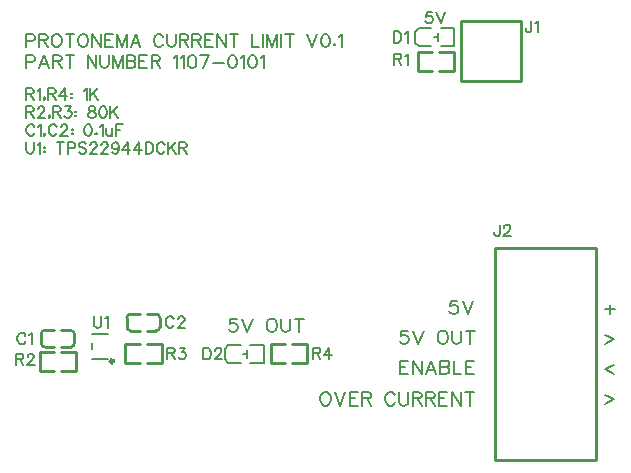
<source format=gto>
G04 Layer: TopSilkscreenLayer*
G04 Panelize: , Column: 2, Row: 2, Board Size: 58.42mm x 58.42mm, Panelized Board Size: 118.84mm x 118.84mm*
G04 EasyEDA v6.5.34, 2023-08-21 18:11:39*
G04 ba809c9b4c8644faba3ff844f2f4f7cd,5a6b42c53f6a479593ecc07194224c93,10*
G04 Gerber Generator version 0.2*
G04 Scale: 100 percent, Rotated: No, Reflected: No *
G04 Dimensions in millimeters *
G04 leading zeros omitted , absolute positions ,4 integer and 5 decimal *
%FSLAX45Y45*%
%MOMM*%

%ADD10C,0.1524*%
%ADD11C,0.2540*%
%ADD12C,0.1500*%
%ADD13C,0.3000*%

%LPD*%
D10*
X762000Y4685537D02*
G01*
X762000Y4617465D01*
X766571Y4603750D01*
X775715Y4594605D01*
X789178Y4590034D01*
X798321Y4590034D01*
X812037Y4594605D01*
X821181Y4603750D01*
X825754Y4617465D01*
X825754Y4685537D01*
X855726Y4667504D02*
G01*
X864615Y4672076D01*
X878331Y4685537D01*
X878331Y4590034D01*
X912876Y4644644D02*
G01*
X908304Y4640071D01*
X912876Y4635500D01*
X917447Y4640071D01*
X912876Y4644644D01*
X912876Y4612894D02*
G01*
X908304Y4608321D01*
X912876Y4603750D01*
X917447Y4608321D01*
X912876Y4612894D01*
X1049273Y4685537D02*
G01*
X1049273Y4590034D01*
X1017523Y4685537D02*
G01*
X1081023Y4685537D01*
X1110995Y4685537D02*
G01*
X1110995Y4590034D01*
X1110995Y4685537D02*
G01*
X1151889Y4685537D01*
X1165605Y4680965D01*
X1170178Y4676394D01*
X1174750Y4667504D01*
X1174750Y4653787D01*
X1170178Y4644644D01*
X1165605Y4640071D01*
X1151889Y4635500D01*
X1110995Y4635500D01*
X1268476Y4672076D02*
G01*
X1259331Y4680965D01*
X1245615Y4685537D01*
X1227328Y4685537D01*
X1213865Y4680965D01*
X1204721Y4672076D01*
X1204721Y4662931D01*
X1209294Y4653787D01*
X1213865Y4649215D01*
X1223010Y4644644D01*
X1250187Y4635500D01*
X1259331Y4630928D01*
X1263904Y4626610D01*
X1268476Y4617465D01*
X1268476Y4603750D01*
X1259331Y4594605D01*
X1245615Y4590034D01*
X1227328Y4590034D01*
X1213865Y4594605D01*
X1204721Y4603750D01*
X1303020Y4662931D02*
G01*
X1303020Y4667504D01*
X1307337Y4676394D01*
X1311910Y4680965D01*
X1321054Y4685537D01*
X1339342Y4685537D01*
X1348486Y4680965D01*
X1352804Y4676394D01*
X1357376Y4667504D01*
X1357376Y4658360D01*
X1352804Y4649215D01*
X1343913Y4635500D01*
X1298447Y4590034D01*
X1361947Y4590034D01*
X1396492Y4662931D02*
G01*
X1396492Y4667504D01*
X1401063Y4676394D01*
X1405636Y4680965D01*
X1414779Y4685537D01*
X1432813Y4685537D01*
X1441957Y4680965D01*
X1446529Y4676394D01*
X1451102Y4667504D01*
X1451102Y4658360D01*
X1446529Y4649215D01*
X1437386Y4635500D01*
X1391920Y4590034D01*
X1455673Y4590034D01*
X1544828Y4653787D02*
G01*
X1540255Y4640071D01*
X1531112Y4630928D01*
X1517395Y4626610D01*
X1512823Y4626610D01*
X1499362Y4630928D01*
X1490218Y4640071D01*
X1485645Y4653787D01*
X1485645Y4658360D01*
X1490218Y4672076D01*
X1499362Y4680965D01*
X1512823Y4685537D01*
X1517395Y4685537D01*
X1531112Y4680965D01*
X1540255Y4672076D01*
X1544828Y4653787D01*
X1544828Y4630928D01*
X1540255Y4608321D01*
X1531112Y4594605D01*
X1517395Y4590034D01*
X1508252Y4590034D01*
X1494789Y4594605D01*
X1490218Y4603750D01*
X1620265Y4685537D02*
G01*
X1574800Y4622037D01*
X1642871Y4622037D01*
X1620265Y4685537D02*
G01*
X1620265Y4590034D01*
X1718310Y4685537D02*
G01*
X1672844Y4622037D01*
X1741170Y4622037D01*
X1718310Y4685537D02*
G01*
X1718310Y4590034D01*
X1771142Y4685537D02*
G01*
X1771142Y4590034D01*
X1771142Y4685537D02*
G01*
X1802892Y4685537D01*
X1816607Y4680965D01*
X1825752Y4672076D01*
X1830070Y4662931D01*
X1834642Y4649215D01*
X1834642Y4626610D01*
X1830070Y4612894D01*
X1825752Y4603750D01*
X1816607Y4594605D01*
X1802892Y4590034D01*
X1771142Y4590034D01*
X1932940Y4662931D02*
G01*
X1928368Y4672076D01*
X1919223Y4680965D01*
X1910079Y4685537D01*
X1892045Y4685537D01*
X1882902Y4680965D01*
X1873757Y4672076D01*
X1869186Y4662931D01*
X1864613Y4649215D01*
X1864613Y4626610D01*
X1869186Y4612894D01*
X1873757Y4603750D01*
X1882902Y4594605D01*
X1892045Y4590034D01*
X1910079Y4590034D01*
X1919223Y4594605D01*
X1928368Y4603750D01*
X1932940Y4612894D01*
X1962911Y4685537D02*
G01*
X1962911Y4590034D01*
X2026665Y4685537D02*
G01*
X1962911Y4622037D01*
X1985518Y4644644D02*
G01*
X2026665Y4590034D01*
X2056638Y4685537D02*
G01*
X2056638Y4590034D01*
X2056638Y4685537D02*
G01*
X2097531Y4685537D01*
X2110993Y4680965D01*
X2115565Y4676394D01*
X2120138Y4667504D01*
X2120138Y4658360D01*
X2115565Y4649215D01*
X2110993Y4644644D01*
X2097531Y4640071D01*
X2056638Y4640071D01*
X2088388Y4640071D02*
G01*
X2120138Y4590034D01*
X830071Y4815331D02*
G01*
X825754Y4824476D01*
X816610Y4833365D01*
X807465Y4837937D01*
X789178Y4837937D01*
X780287Y4833365D01*
X771144Y4824476D01*
X766571Y4815331D01*
X762000Y4801615D01*
X762000Y4779010D01*
X766571Y4765294D01*
X771144Y4756150D01*
X780287Y4747005D01*
X789178Y4742434D01*
X807465Y4742434D01*
X816610Y4747005D01*
X825754Y4756150D01*
X830071Y4765294D01*
X860297Y4819904D02*
G01*
X869187Y4824476D01*
X882904Y4837937D01*
X882904Y4742434D01*
X922020Y4760721D02*
G01*
X917447Y4756150D01*
X912876Y4760721D01*
X917447Y4765294D01*
X922020Y4760721D01*
X922020Y4751578D01*
X912876Y4742434D01*
X1020063Y4815331D02*
G01*
X1015745Y4824476D01*
X1006602Y4833365D01*
X997457Y4837937D01*
X979170Y4837937D01*
X970279Y4833365D01*
X961136Y4824476D01*
X956563Y4815331D01*
X951992Y4801615D01*
X951992Y4779010D01*
X956563Y4765294D01*
X961136Y4756150D01*
X970279Y4747005D01*
X979170Y4742434D01*
X997457Y4742434D01*
X1006602Y4747005D01*
X1015745Y4756150D01*
X1020063Y4765294D01*
X1054607Y4815331D02*
G01*
X1054607Y4819904D01*
X1059179Y4828794D01*
X1063752Y4833365D01*
X1072895Y4837937D01*
X1091184Y4837937D01*
X1100073Y4833365D01*
X1104645Y4828794D01*
X1109218Y4819904D01*
X1109218Y4810760D01*
X1104645Y4801615D01*
X1095755Y4787900D01*
X1050289Y4742434D01*
X1113789Y4742434D01*
X1148334Y4797044D02*
G01*
X1143762Y4792471D01*
X1148334Y4787900D01*
X1152905Y4792471D01*
X1148334Y4797044D01*
X1148334Y4765294D02*
G01*
X1143762Y4760721D01*
X1148334Y4756150D01*
X1152905Y4760721D01*
X1148334Y4765294D01*
X1280160Y4837937D02*
G01*
X1266444Y4833365D01*
X1257554Y4819904D01*
X1252981Y4797044D01*
X1252981Y4783581D01*
X1257554Y4760721D01*
X1266444Y4747005D01*
X1280160Y4742434D01*
X1289304Y4742434D01*
X1303020Y4747005D01*
X1311910Y4760721D01*
X1316481Y4783581D01*
X1316481Y4797044D01*
X1311910Y4819904D01*
X1303020Y4833365D01*
X1289304Y4837937D01*
X1280160Y4837937D01*
X1351026Y4765294D02*
G01*
X1346454Y4760721D01*
X1351026Y4756150D01*
X1355597Y4760721D01*
X1351026Y4765294D01*
X1385570Y4819904D02*
G01*
X1394713Y4824476D01*
X1408429Y4837937D01*
X1408429Y4742434D01*
X1438402Y4806187D02*
G01*
X1438402Y4760721D01*
X1442973Y4747005D01*
X1452118Y4742434D01*
X1465579Y4742434D01*
X1474723Y4747005D01*
X1488439Y4760721D01*
X1488439Y4806187D02*
G01*
X1488439Y4742434D01*
X1518412Y4837937D02*
G01*
X1518412Y4742434D01*
X1518412Y4837937D02*
G01*
X1577339Y4837937D01*
X1518412Y4792471D02*
G01*
X1554734Y4792471D01*
X762000Y4990337D02*
G01*
X762000Y4894834D01*
X762000Y4990337D02*
G01*
X802894Y4990337D01*
X816610Y4985765D01*
X821181Y4981194D01*
X825754Y4972304D01*
X825754Y4963160D01*
X821181Y4954015D01*
X816610Y4949444D01*
X802894Y4944871D01*
X762000Y4944871D01*
X793750Y4944871D02*
G01*
X825754Y4894834D01*
X860297Y4967731D02*
G01*
X860297Y4972304D01*
X864615Y4981194D01*
X869187Y4985765D01*
X878331Y4990337D01*
X896620Y4990337D01*
X905510Y4985765D01*
X910081Y4981194D01*
X914654Y4972304D01*
X914654Y4963160D01*
X910081Y4954015D01*
X901192Y4940300D01*
X855726Y4894834D01*
X919226Y4894834D01*
X958342Y4913121D02*
G01*
X953770Y4908550D01*
X949197Y4913121D01*
X953770Y4917694D01*
X958342Y4913121D01*
X958342Y4903978D01*
X949197Y4894834D01*
X988313Y4990337D02*
G01*
X988313Y4894834D01*
X988313Y4990337D02*
G01*
X1029207Y4990337D01*
X1042923Y4985765D01*
X1047495Y4981194D01*
X1052068Y4972304D01*
X1052068Y4963160D01*
X1047495Y4954015D01*
X1042923Y4949444D01*
X1029207Y4944871D01*
X988313Y4944871D01*
X1020063Y4944871D02*
G01*
X1052068Y4894834D01*
X1091184Y4990337D02*
G01*
X1140968Y4990337D01*
X1113789Y4954015D01*
X1127505Y4954015D01*
X1136650Y4949444D01*
X1140968Y4944871D01*
X1145539Y4931410D01*
X1145539Y4922265D01*
X1140968Y4908550D01*
X1132078Y4899405D01*
X1118362Y4894834D01*
X1104645Y4894834D01*
X1091184Y4899405D01*
X1086612Y4903978D01*
X1082039Y4913121D01*
X1180084Y4949444D02*
G01*
X1175512Y4944871D01*
X1180084Y4940300D01*
X1184655Y4944871D01*
X1180084Y4949444D01*
X1180084Y4917694D02*
G01*
X1175512Y4913121D01*
X1180084Y4908550D01*
X1184655Y4913121D01*
X1180084Y4917694D01*
X1307337Y4990337D02*
G01*
X1293876Y4985765D01*
X1289304Y4976876D01*
X1289304Y4967731D01*
X1293876Y4958587D01*
X1303020Y4954015D01*
X1321054Y4949444D01*
X1334770Y4944871D01*
X1343913Y4935981D01*
X1348486Y4926837D01*
X1348486Y4913121D01*
X1343913Y4903978D01*
X1339342Y4899405D01*
X1325626Y4894834D01*
X1307337Y4894834D01*
X1293876Y4899405D01*
X1289304Y4903978D01*
X1284731Y4913121D01*
X1284731Y4926837D01*
X1289304Y4935981D01*
X1298447Y4944871D01*
X1311910Y4949444D01*
X1330197Y4954015D01*
X1339342Y4958587D01*
X1343913Y4967731D01*
X1343913Y4976876D01*
X1339342Y4985765D01*
X1325626Y4990337D01*
X1307337Y4990337D01*
X1405636Y4990337D02*
G01*
X1391920Y4985765D01*
X1383029Y4972304D01*
X1378457Y4949444D01*
X1378457Y4935981D01*
X1383029Y4913121D01*
X1391920Y4899405D01*
X1405636Y4894834D01*
X1414779Y4894834D01*
X1428242Y4899405D01*
X1437386Y4913121D01*
X1441957Y4935981D01*
X1441957Y4949444D01*
X1437386Y4972304D01*
X1428242Y4985765D01*
X1414779Y4990337D01*
X1405636Y4990337D01*
X1471929Y4990337D02*
G01*
X1471929Y4894834D01*
X1535684Y4990337D02*
G01*
X1471929Y4926837D01*
X1494789Y4949444D02*
G01*
X1535684Y4894834D01*
X762000Y5142737D02*
G01*
X762000Y5047234D01*
X762000Y5142737D02*
G01*
X802894Y5142737D01*
X816610Y5138165D01*
X821181Y5133594D01*
X825754Y5124704D01*
X825754Y5115560D01*
X821181Y5106415D01*
X816610Y5101844D01*
X802894Y5097271D01*
X762000Y5097271D01*
X793750Y5097271D02*
G01*
X825754Y5047234D01*
X855726Y5124704D02*
G01*
X864615Y5129276D01*
X878331Y5142737D01*
X878331Y5047234D01*
X917447Y5065521D02*
G01*
X912876Y5060950D01*
X908304Y5065521D01*
X912876Y5070094D01*
X917447Y5065521D01*
X917447Y5056378D01*
X908304Y5047234D01*
X947420Y5142737D02*
G01*
X947420Y5047234D01*
X947420Y5142737D02*
G01*
X988313Y5142737D01*
X1002029Y5138165D01*
X1006602Y5133594D01*
X1011173Y5124704D01*
X1011173Y5115560D01*
X1006602Y5106415D01*
X1002029Y5101844D01*
X988313Y5097271D01*
X947420Y5097271D01*
X979170Y5097271D02*
G01*
X1011173Y5047234D01*
X1086612Y5142737D02*
G01*
X1041145Y5079237D01*
X1109218Y5079237D01*
X1086612Y5142737D02*
G01*
X1086612Y5047234D01*
X1143762Y5101844D02*
G01*
X1139189Y5097271D01*
X1143762Y5092700D01*
X1148334Y5097271D01*
X1143762Y5101844D01*
X1143762Y5070094D02*
G01*
X1139189Y5065521D01*
X1143762Y5060950D01*
X1148334Y5065521D01*
X1143762Y5070094D01*
X1248410Y5124704D02*
G01*
X1257554Y5129276D01*
X1271015Y5142737D01*
X1271015Y5047234D01*
X1300987Y5142737D02*
G01*
X1300987Y5047234D01*
X1364742Y5142737D02*
G01*
X1300987Y5079237D01*
X1323847Y5101844D02*
G01*
X1364742Y5047234D01*
X3924300Y2838957D02*
G01*
X3924300Y2724404D01*
X3924300Y2838957D02*
G01*
X3995165Y2838957D01*
X3924300Y2784347D02*
G01*
X3967988Y2784347D01*
X3924300Y2724404D02*
G01*
X3995165Y2724404D01*
X4031234Y2838957D02*
G01*
X4031234Y2724404D01*
X4031234Y2838957D02*
G01*
X4107688Y2724404D01*
X4107688Y2838957D02*
G01*
X4107688Y2724404D01*
X4187190Y2838957D02*
G01*
X4143502Y2724404D01*
X4187190Y2838957D02*
G01*
X4230877Y2724404D01*
X4160011Y2762504D02*
G01*
X4214368Y2762504D01*
X4266945Y2838957D02*
G01*
X4266945Y2724404D01*
X4266945Y2838957D02*
G01*
X4315968Y2838957D01*
X4332224Y2833370D01*
X4337811Y2828036D01*
X4343145Y2817113D01*
X4343145Y2806192D01*
X4337811Y2795270D01*
X4332224Y2789681D01*
X4315968Y2784347D01*
X4266945Y2784347D02*
G01*
X4315968Y2784347D01*
X4332224Y2778760D01*
X4337811Y2773426D01*
X4343145Y2762504D01*
X4343145Y2746247D01*
X4337811Y2735326D01*
X4332224Y2729737D01*
X4315968Y2724404D01*
X4266945Y2724404D01*
X4379213Y2838957D02*
G01*
X4379213Y2724404D01*
X4379213Y2724404D02*
G01*
X4444745Y2724404D01*
X4480559Y2838957D02*
G01*
X4480559Y2724404D01*
X4480559Y2838957D02*
G01*
X4551679Y2838957D01*
X4480559Y2784347D02*
G01*
X4524247Y2784347D01*
X4480559Y2724404D02*
G01*
X4551679Y2724404D01*
X3989824Y3092952D02*
G01*
X3935214Y3092952D01*
X3929626Y3043676D01*
X3935214Y3049264D01*
X3951470Y3054598D01*
X3967980Y3054598D01*
X3984236Y3049264D01*
X3995158Y3038342D01*
X4000746Y3022086D01*
X4000746Y3011164D01*
X3995158Y2994654D01*
X3984236Y2983732D01*
X3967980Y2978398D01*
X3951470Y2978398D01*
X3935214Y2983732D01*
X3929626Y2989320D01*
X3924292Y3000242D01*
X4036560Y3092952D02*
G01*
X4080248Y2978398D01*
X4123936Y3092952D02*
G01*
X4080248Y2978398D01*
X4276590Y3092952D02*
G01*
X4265668Y3087364D01*
X4254746Y3076442D01*
X4249412Y3065520D01*
X4243824Y3049264D01*
X4243824Y3022086D01*
X4249412Y3005576D01*
X4254746Y2994654D01*
X4265668Y2983732D01*
X4276590Y2978398D01*
X4298434Y2978398D01*
X4309356Y2983732D01*
X4320278Y2994654D01*
X4325866Y3005576D01*
X4331200Y3022086D01*
X4331200Y3049264D01*
X4325866Y3065520D01*
X4320278Y3076442D01*
X4309356Y3087364D01*
X4298434Y3092952D01*
X4276590Y3092952D01*
X4367268Y3092952D02*
G01*
X4367268Y3011164D01*
X4372602Y2994654D01*
X4383524Y2983732D01*
X4400034Y2978398D01*
X4410956Y2978398D01*
X4427212Y2983732D01*
X4438134Y2994654D01*
X4443468Y3011164D01*
X4443468Y3092952D01*
X4517636Y3092952D02*
G01*
X4517636Y2978398D01*
X4479536Y3092952D02*
G01*
X4555990Y3092952D01*
X3283965Y2572257D02*
G01*
X3273043Y2566670D01*
X3262122Y2555747D01*
X3256534Y2544826D01*
X3251200Y2528570D01*
X3251200Y2501392D01*
X3256534Y2484881D01*
X3262122Y2473960D01*
X3273043Y2463037D01*
X3283965Y2457704D01*
X3305809Y2457704D01*
X3316731Y2463037D01*
X3327654Y2473960D01*
X3332988Y2484881D01*
X3338575Y2501392D01*
X3338575Y2528570D01*
X3332988Y2544826D01*
X3327654Y2555747D01*
X3316731Y2566670D01*
X3305809Y2572257D01*
X3283965Y2572257D01*
X3374390Y2572257D02*
G01*
X3418077Y2457704D01*
X3461765Y2572257D02*
G01*
X3418077Y2457704D01*
X3497834Y2572257D02*
G01*
X3497834Y2457704D01*
X3497834Y2572257D02*
G01*
X3568700Y2572257D01*
X3497834Y2517647D02*
G01*
X3541268Y2517647D01*
X3497834Y2457704D02*
G01*
X3568700Y2457704D01*
X3604768Y2572257D02*
G01*
X3604768Y2457704D01*
X3604768Y2572257D02*
G01*
X3653790Y2572257D01*
X3670045Y2566670D01*
X3675634Y2561336D01*
X3680968Y2550413D01*
X3680968Y2539492D01*
X3675634Y2528570D01*
X3670045Y2522981D01*
X3653790Y2517647D01*
X3604768Y2517647D01*
X3642868Y2517647D02*
G01*
X3680968Y2457704D01*
X3882897Y2544826D02*
G01*
X3877309Y2555747D01*
X3866388Y2566670D01*
X3855465Y2572257D01*
X3833622Y2572257D01*
X3822954Y2566670D01*
X3812031Y2555747D01*
X3806443Y2544826D01*
X3801109Y2528570D01*
X3801109Y2501392D01*
X3806443Y2484881D01*
X3812031Y2473960D01*
X3822954Y2463037D01*
X3833622Y2457704D01*
X3855465Y2457704D01*
X3866388Y2463037D01*
X3877309Y2473960D01*
X3882897Y2484881D01*
X3918711Y2572257D02*
G01*
X3918711Y2490470D01*
X3924300Y2473960D01*
X3935222Y2463037D01*
X3951477Y2457704D01*
X3962400Y2457704D01*
X3978909Y2463037D01*
X3989831Y2473960D01*
X3995165Y2490470D01*
X3995165Y2572257D01*
X4031234Y2572257D02*
G01*
X4031234Y2457704D01*
X4031234Y2572257D02*
G01*
X4080256Y2572257D01*
X4096765Y2566670D01*
X4102100Y2561336D01*
X4107434Y2550413D01*
X4107434Y2539492D01*
X4102100Y2528570D01*
X4096765Y2522981D01*
X4080256Y2517647D01*
X4031234Y2517647D01*
X4069334Y2517647D02*
G01*
X4107434Y2457704D01*
X4143502Y2572257D02*
G01*
X4143502Y2457704D01*
X4143502Y2572257D02*
G01*
X4192524Y2572257D01*
X4209034Y2566670D01*
X4214368Y2561336D01*
X4219956Y2550413D01*
X4219956Y2539492D01*
X4214368Y2528570D01*
X4209034Y2522981D01*
X4192524Y2517647D01*
X4143502Y2517647D01*
X4181856Y2517647D02*
G01*
X4219956Y2457704D01*
X4256024Y2572257D02*
G01*
X4256024Y2457704D01*
X4256024Y2572257D02*
G01*
X4326890Y2572257D01*
X4256024Y2517647D02*
G01*
X4299458Y2517647D01*
X4256024Y2457704D02*
G01*
X4326890Y2457704D01*
X4362704Y2572257D02*
G01*
X4362704Y2457704D01*
X4362704Y2572257D02*
G01*
X4439158Y2457704D01*
X4439158Y2572257D02*
G01*
X4439158Y2457704D01*
X4513325Y2572257D02*
G01*
X4513325Y2457704D01*
X4475225Y2572257D02*
G01*
X4551679Y2572257D01*
X4408931Y3346957D02*
G01*
X4354322Y3346957D01*
X4348734Y3297681D01*
X4354322Y3303270D01*
X4370577Y3308604D01*
X4387088Y3308604D01*
X4403343Y3303270D01*
X4414265Y3292347D01*
X4419854Y3276092D01*
X4419854Y3265170D01*
X4414265Y3248660D01*
X4403343Y3237737D01*
X4387088Y3232404D01*
X4370577Y3232404D01*
X4354322Y3237737D01*
X4348734Y3243326D01*
X4343400Y3254247D01*
X4455668Y3346957D02*
G01*
X4499356Y3232404D01*
X4543043Y3346957D02*
G01*
X4499356Y3232404D01*
X4769865Y3987037D02*
G01*
X4769865Y3914394D01*
X4765293Y3900678D01*
X4760722Y3896105D01*
X4751577Y3891534D01*
X4742688Y3891534D01*
X4733543Y3896105D01*
X4728972Y3900678D01*
X4724400Y3914394D01*
X4724400Y3923537D01*
X4804409Y3964431D02*
G01*
X4804409Y3969004D01*
X4808981Y3977894D01*
X4813554Y3982465D01*
X4822697Y3987037D01*
X4840731Y3987037D01*
X4849875Y3982465D01*
X4854447Y3977894D01*
X4859020Y3969004D01*
X4859020Y3959860D01*
X4854447Y3950715D01*
X4845304Y3937000D01*
X4799838Y3891534D01*
X4863591Y3891534D01*
X4194797Y5790427D02*
G01*
X4149331Y5790427D01*
X4144759Y5749533D01*
X4149331Y5754105D01*
X4162793Y5758677D01*
X4176509Y5758677D01*
X4190225Y5754105D01*
X4199369Y5744961D01*
X4203941Y5731499D01*
X4203941Y5722355D01*
X4199369Y5708639D01*
X4190225Y5699495D01*
X4176509Y5694923D01*
X4162793Y5694923D01*
X4149331Y5699495D01*
X4144759Y5704067D01*
X4140187Y5713211D01*
X4233913Y5790427D02*
G01*
X4270235Y5694923D01*
X4306557Y5790427D02*
G01*
X4270235Y5694923D01*
X5036565Y5714237D02*
G01*
X5036565Y5641594D01*
X5031993Y5627878D01*
X5027422Y5623305D01*
X5018277Y5618734D01*
X5009388Y5618734D01*
X5000243Y5623305D01*
X4995672Y5627878D01*
X4991100Y5641594D01*
X4991100Y5650737D01*
X5066538Y5696204D02*
G01*
X5075681Y5700776D01*
X5089397Y5714237D01*
X5089397Y5618734D01*
X762000Y5601715D02*
G01*
X762000Y5492750D01*
X762000Y5601715D02*
G01*
X808736Y5601715D01*
X824229Y5596636D01*
X829563Y5591302D01*
X834644Y5580887D01*
X834644Y5565394D01*
X829563Y5554979D01*
X824229Y5549900D01*
X808736Y5544565D01*
X762000Y5544565D01*
X868934Y5601715D02*
G01*
X868934Y5492750D01*
X868934Y5601715D02*
G01*
X915670Y5601715D01*
X931418Y5596636D01*
X936497Y5591302D01*
X941831Y5580887D01*
X941831Y5570473D01*
X936497Y5560060D01*
X931418Y5554979D01*
X915670Y5549900D01*
X868934Y5549900D01*
X905510Y5549900D02*
G01*
X941831Y5492750D01*
X1007110Y5601715D02*
G01*
X996950Y5596636D01*
X986536Y5586221D01*
X981202Y5575807D01*
X976121Y5560060D01*
X976121Y5534152D01*
X981202Y5518657D01*
X986536Y5508244D01*
X996950Y5497829D01*
X1007110Y5492750D01*
X1027937Y5492750D01*
X1038352Y5497829D01*
X1048765Y5508244D01*
X1054100Y5518657D01*
X1059179Y5534152D01*
X1059179Y5560060D01*
X1054100Y5575807D01*
X1048765Y5586221D01*
X1038352Y5596636D01*
X1027937Y5601715D01*
X1007110Y5601715D01*
X1129792Y5601715D02*
G01*
X1129792Y5492750D01*
X1093470Y5601715D02*
G01*
X1166113Y5601715D01*
X1231645Y5601715D02*
G01*
X1221231Y5596636D01*
X1210818Y5586221D01*
X1205737Y5575807D01*
X1200404Y5560060D01*
X1200404Y5534152D01*
X1205737Y5518657D01*
X1210818Y5508244D01*
X1221231Y5497829D01*
X1231645Y5492750D01*
X1252473Y5492750D01*
X1262887Y5497829D01*
X1273302Y5508244D01*
X1278381Y5518657D01*
X1283715Y5534152D01*
X1283715Y5560060D01*
X1278381Y5575807D01*
X1273302Y5586221D01*
X1262887Y5596636D01*
X1252473Y5601715D01*
X1231645Y5601715D01*
X1318005Y5601715D02*
G01*
X1318005Y5492750D01*
X1318005Y5601715D02*
G01*
X1390650Y5492750D01*
X1390650Y5601715D02*
G01*
X1390650Y5492750D01*
X1424939Y5601715D02*
G01*
X1424939Y5492750D01*
X1424939Y5601715D02*
G01*
X1492504Y5601715D01*
X1424939Y5549900D02*
G01*
X1466595Y5549900D01*
X1424939Y5492750D02*
G01*
X1492504Y5492750D01*
X1526794Y5601715D02*
G01*
X1526794Y5492750D01*
X1526794Y5601715D02*
G01*
X1568450Y5492750D01*
X1609852Y5601715D02*
G01*
X1568450Y5492750D01*
X1609852Y5601715D02*
G01*
X1609852Y5492750D01*
X1685797Y5601715D02*
G01*
X1644142Y5492750D01*
X1685797Y5601715D02*
G01*
X1727200Y5492750D01*
X1659889Y5529071D02*
G01*
X1711705Y5529071D01*
X1919478Y5575807D02*
G01*
X1914397Y5586221D01*
X1903984Y5596636D01*
X1893570Y5601715D01*
X1872742Y5601715D01*
X1862328Y5596636D01*
X1851913Y5586221D01*
X1846834Y5575807D01*
X1841500Y5560060D01*
X1841500Y5534152D01*
X1846834Y5518657D01*
X1851913Y5508244D01*
X1862328Y5497829D01*
X1872742Y5492750D01*
X1893570Y5492750D01*
X1903984Y5497829D01*
X1914397Y5508244D01*
X1919478Y5518657D01*
X1953768Y5601715D02*
G01*
X1953768Y5523737D01*
X1959102Y5508244D01*
X1969515Y5497829D01*
X1985009Y5492750D01*
X1995424Y5492750D01*
X2010918Y5497829D01*
X2021331Y5508244D01*
X2026665Y5523737D01*
X2026665Y5601715D01*
X2060956Y5601715D02*
G01*
X2060956Y5492750D01*
X2060956Y5601715D02*
G01*
X2107691Y5601715D01*
X2123186Y5596636D01*
X2128520Y5591302D01*
X2133600Y5580887D01*
X2133600Y5570473D01*
X2128520Y5560060D01*
X2123186Y5554979D01*
X2107691Y5549900D01*
X2060956Y5549900D01*
X2097277Y5549900D02*
G01*
X2133600Y5492750D01*
X2167890Y5601715D02*
G01*
X2167890Y5492750D01*
X2167890Y5601715D02*
G01*
X2214625Y5601715D01*
X2230120Y5596636D01*
X2235454Y5591302D01*
X2240534Y5580887D01*
X2240534Y5570473D01*
X2235454Y5560060D01*
X2230120Y5554979D01*
X2214625Y5549900D01*
X2167890Y5549900D01*
X2204211Y5549900D02*
G01*
X2240534Y5492750D01*
X2274824Y5601715D02*
G01*
X2274824Y5492750D01*
X2274824Y5601715D02*
G01*
X2342388Y5601715D01*
X2274824Y5549900D02*
G01*
X2316479Y5549900D01*
X2274824Y5492750D02*
G01*
X2342388Y5492750D01*
X2376677Y5601715D02*
G01*
X2376677Y5492750D01*
X2376677Y5601715D02*
G01*
X2449575Y5492750D01*
X2449575Y5601715D02*
G01*
X2449575Y5492750D01*
X2520188Y5601715D02*
G01*
X2520188Y5492750D01*
X2483865Y5601715D02*
G01*
X2556509Y5601715D01*
X2670809Y5601715D02*
G01*
X2670809Y5492750D01*
X2670809Y5492750D02*
G01*
X2733040Y5492750D01*
X2767329Y5601715D02*
G01*
X2767329Y5492750D01*
X2801620Y5601715D02*
G01*
X2801620Y5492750D01*
X2801620Y5601715D02*
G01*
X2843275Y5492750D01*
X2884931Y5601715D02*
G01*
X2843275Y5492750D01*
X2884931Y5601715D02*
G01*
X2884931Y5492750D01*
X2919222Y5601715D02*
G01*
X2919222Y5492750D01*
X2989834Y5601715D02*
G01*
X2989834Y5492750D01*
X2953511Y5601715D02*
G01*
X3026156Y5601715D01*
X3140456Y5601715D02*
G01*
X3182111Y5492750D01*
X3223513Y5601715D02*
G01*
X3182111Y5492750D01*
X3289045Y5601715D02*
G01*
X3273552Y5596636D01*
X3263138Y5580887D01*
X3257804Y5554979D01*
X3257804Y5539486D01*
X3263138Y5513323D01*
X3273552Y5497829D01*
X3289045Y5492750D01*
X3299459Y5492750D01*
X3314954Y5497829D01*
X3325368Y5513323D01*
X3330702Y5539486D01*
X3330702Y5554979D01*
X3325368Y5580887D01*
X3314954Y5596636D01*
X3299459Y5601715D01*
X3289045Y5601715D01*
X3370072Y5518657D02*
G01*
X3364991Y5513323D01*
X3370072Y5508244D01*
X3375406Y5513323D01*
X3370072Y5518657D01*
X3409695Y5580887D02*
G01*
X3420109Y5586221D01*
X3435604Y5601715D01*
X3435604Y5492750D01*
X762000Y5423915D02*
G01*
X762000Y5314950D01*
X762000Y5423915D02*
G01*
X808736Y5423915D01*
X824229Y5418836D01*
X829563Y5413502D01*
X834644Y5403087D01*
X834644Y5387594D01*
X829563Y5377179D01*
X824229Y5372100D01*
X808736Y5366765D01*
X762000Y5366765D01*
X910589Y5423915D02*
G01*
X868934Y5314950D01*
X910589Y5423915D02*
G01*
X952245Y5314950D01*
X884681Y5351271D02*
G01*
X936497Y5351271D01*
X986536Y5423915D02*
G01*
X986536Y5314950D01*
X986536Y5423915D02*
G01*
X1033271Y5423915D01*
X1048765Y5418836D01*
X1054100Y5413502D01*
X1059179Y5403087D01*
X1059179Y5392673D01*
X1054100Y5382260D01*
X1048765Y5377179D01*
X1033271Y5372100D01*
X986536Y5372100D01*
X1022857Y5372100D02*
G01*
X1059179Y5314950D01*
X1129792Y5423915D02*
G01*
X1129792Y5314950D01*
X1093470Y5423915D02*
G01*
X1166113Y5423915D01*
X1280413Y5423915D02*
G01*
X1280413Y5314950D01*
X1280413Y5423915D02*
G01*
X1353312Y5314950D01*
X1353312Y5423915D02*
G01*
X1353312Y5314950D01*
X1387602Y5423915D02*
G01*
X1387602Y5345937D01*
X1392681Y5330444D01*
X1403095Y5320029D01*
X1418589Y5314950D01*
X1429004Y5314950D01*
X1444752Y5320029D01*
X1455165Y5330444D01*
X1460245Y5345937D01*
X1460245Y5423915D01*
X1494536Y5423915D02*
G01*
X1494536Y5314950D01*
X1494536Y5423915D02*
G01*
X1536192Y5314950D01*
X1577594Y5423915D02*
G01*
X1536192Y5314950D01*
X1577594Y5423915D02*
G01*
X1577594Y5314950D01*
X1611884Y5423915D02*
G01*
X1611884Y5314950D01*
X1611884Y5423915D02*
G01*
X1658620Y5423915D01*
X1674368Y5418836D01*
X1679447Y5413502D01*
X1684781Y5403087D01*
X1684781Y5392673D01*
X1679447Y5382260D01*
X1674368Y5377179D01*
X1658620Y5372100D01*
X1611884Y5372100D02*
G01*
X1658620Y5372100D01*
X1674368Y5366765D01*
X1679447Y5361686D01*
X1684781Y5351271D01*
X1684781Y5335523D01*
X1679447Y5325110D01*
X1674368Y5320029D01*
X1658620Y5314950D01*
X1611884Y5314950D01*
X1719071Y5423915D02*
G01*
X1719071Y5314950D01*
X1719071Y5423915D02*
G01*
X1786636Y5423915D01*
X1719071Y5372100D02*
G01*
X1760473Y5372100D01*
X1719071Y5314950D02*
G01*
X1786636Y5314950D01*
X1820926Y5423915D02*
G01*
X1820926Y5314950D01*
X1820926Y5423915D02*
G01*
X1867662Y5423915D01*
X1883155Y5418836D01*
X1888489Y5413502D01*
X1893570Y5403087D01*
X1893570Y5392673D01*
X1888489Y5382260D01*
X1883155Y5377179D01*
X1867662Y5372100D01*
X1820926Y5372100D01*
X1857247Y5372100D02*
G01*
X1893570Y5314950D01*
X2007870Y5403087D02*
G01*
X2018284Y5408421D01*
X2033777Y5423915D01*
X2033777Y5314950D01*
X2068068Y5403087D02*
G01*
X2078481Y5408421D01*
X2094229Y5423915D01*
X2094229Y5314950D01*
X2159508Y5423915D02*
G01*
X2144013Y5418836D01*
X2133600Y5403087D01*
X2128520Y5377179D01*
X2128520Y5361686D01*
X2133600Y5335523D01*
X2144013Y5320029D01*
X2159508Y5314950D01*
X2169922Y5314950D01*
X2185670Y5320029D01*
X2195829Y5335523D01*
X2201163Y5361686D01*
X2201163Y5377179D01*
X2195829Y5403087D01*
X2185670Y5418836D01*
X2169922Y5423915D01*
X2159508Y5423915D01*
X2308097Y5423915D02*
G01*
X2256281Y5314950D01*
X2235454Y5423915D02*
G01*
X2308097Y5423915D01*
X2342388Y5361686D02*
G01*
X2435859Y5361686D01*
X2501391Y5423915D02*
G01*
X2485897Y5418836D01*
X2475484Y5403087D01*
X2470150Y5377179D01*
X2470150Y5361686D01*
X2475484Y5335523D01*
X2485897Y5320029D01*
X2501391Y5314950D01*
X2511806Y5314950D01*
X2527300Y5320029D01*
X2537713Y5335523D01*
X2543047Y5361686D01*
X2543047Y5377179D01*
X2537713Y5403087D01*
X2527300Y5418836D01*
X2511806Y5423915D01*
X2501391Y5423915D01*
X2577338Y5403087D02*
G01*
X2587752Y5408421D01*
X2603245Y5423915D01*
X2603245Y5314950D01*
X2668777Y5423915D02*
G01*
X2653029Y5418836D01*
X2642870Y5403087D01*
X2637536Y5377179D01*
X2637536Y5361686D01*
X2642870Y5335523D01*
X2653029Y5320029D01*
X2668777Y5314950D01*
X2679191Y5314950D01*
X2694686Y5320029D01*
X2705100Y5335523D01*
X2710179Y5361686D01*
X2710179Y5377179D01*
X2705100Y5403087D01*
X2694686Y5418836D01*
X2679191Y5423915D01*
X2668777Y5423915D01*
X2744470Y5403087D02*
G01*
X2754884Y5408421D01*
X2770631Y5423915D01*
X2770631Y5314950D01*
X5664200Y3059176D02*
G01*
X5736843Y3018281D01*
X5664200Y2977134D01*
X5736843Y2805176D02*
G01*
X5664200Y2764281D01*
X5736843Y2723134D01*
X5664200Y2551176D02*
G01*
X5736843Y2510281D01*
X5664200Y2469134D01*
X2542031Y3194557D02*
G01*
X2487422Y3194557D01*
X2481834Y3145281D01*
X2487422Y3150870D01*
X2503677Y3156204D01*
X2520188Y3156204D01*
X2536443Y3150870D01*
X2547365Y3139947D01*
X2552954Y3123692D01*
X2552954Y3112770D01*
X2547365Y3096260D01*
X2536443Y3085337D01*
X2520188Y3080004D01*
X2503677Y3080004D01*
X2487422Y3085337D01*
X2481834Y3090926D01*
X2476500Y3101847D01*
X2588768Y3194557D02*
G01*
X2632456Y3080004D01*
X2676143Y3194557D02*
G01*
X2632456Y3080004D01*
X2828797Y3194557D02*
G01*
X2817875Y3188970D01*
X2806954Y3178047D01*
X2801620Y3167126D01*
X2796031Y3150870D01*
X2796031Y3123692D01*
X2801620Y3107181D01*
X2806954Y3096260D01*
X2817875Y3085337D01*
X2828797Y3080004D01*
X2850641Y3080004D01*
X2861563Y3085337D01*
X2872486Y3096260D01*
X2878074Y3107181D01*
X2883408Y3123692D01*
X2883408Y3150870D01*
X2878074Y3167126D01*
X2872486Y3178047D01*
X2861563Y3188970D01*
X2850641Y3194557D01*
X2828797Y3194557D01*
X2919475Y3194557D02*
G01*
X2919475Y3112770D01*
X2924809Y3096260D01*
X2935731Y3085337D01*
X2952241Y3080004D01*
X2963163Y3080004D01*
X2979420Y3085337D01*
X2990341Y3096260D01*
X2995675Y3112770D01*
X2995675Y3194557D01*
X3069843Y3194557D02*
G01*
X3069843Y3080004D01*
X3031743Y3194557D02*
G01*
X3108197Y3194557D01*
X5705093Y3313176D02*
G01*
X5705093Y3231134D01*
X5664200Y3272281D02*
G01*
X5745988Y3272281D01*
X1333497Y3213120D02*
G01*
X1333497Y3145048D01*
X1338069Y3131332D01*
X1347213Y3122188D01*
X1360675Y3117616D01*
X1369819Y3117616D01*
X1383535Y3122188D01*
X1392679Y3131332D01*
X1397251Y3145048D01*
X1397251Y3213120D01*
X1427223Y3195086D02*
G01*
X1436113Y3199658D01*
X1449829Y3213120D01*
X1449829Y3117616D01*
X753866Y3050809D02*
G01*
X749548Y3059953D01*
X740404Y3068843D01*
X731260Y3073415D01*
X712972Y3073415D01*
X704082Y3068843D01*
X694938Y3059953D01*
X690366Y3050809D01*
X685794Y3037093D01*
X685794Y3014487D01*
X690366Y3000771D01*
X694938Y2991627D01*
X704082Y2982483D01*
X712972Y2977911D01*
X731260Y2977911D01*
X740404Y2982483D01*
X749548Y2991627D01*
X753866Y3000771D01*
X784092Y3055381D02*
G01*
X792982Y3059953D01*
X806698Y3073415D01*
X806698Y2977911D01*
X673102Y2895622D02*
G01*
X673102Y2800118D01*
X673102Y2895622D02*
G01*
X713999Y2895622D01*
X727715Y2891050D01*
X732284Y2886478D01*
X736859Y2877588D01*
X736859Y2868444D01*
X732284Y2859300D01*
X727715Y2854728D01*
X713999Y2850156D01*
X673102Y2850156D01*
X704852Y2850156D02*
G01*
X736859Y2800118D01*
X771400Y2873016D02*
G01*
X771400Y2877588D01*
X775718Y2886478D01*
X780293Y2891050D01*
X789434Y2895622D01*
X807725Y2895622D01*
X816615Y2891050D01*
X821184Y2886478D01*
X825759Y2877588D01*
X825759Y2868444D01*
X821184Y2859300D01*
X812294Y2845584D01*
X766831Y2800118D01*
X830331Y2800118D01*
X1955792Y2946415D02*
G01*
X1955792Y2850911D01*
X1955792Y2946415D02*
G01*
X1996686Y2946415D01*
X2010402Y2941843D01*
X2014974Y2937271D01*
X2019546Y2928381D01*
X2019546Y2919237D01*
X2014974Y2910093D01*
X2010402Y2905521D01*
X1996686Y2900949D01*
X1955792Y2900949D01*
X1987542Y2900949D02*
G01*
X2019546Y2850911D01*
X2058408Y2946415D02*
G01*
X2108446Y2946415D01*
X2081268Y2910093D01*
X2094984Y2910093D01*
X2103874Y2905521D01*
X2108446Y2900949D01*
X2113018Y2887487D01*
X2113018Y2878343D01*
X2108446Y2864627D01*
X2099302Y2855483D01*
X2085840Y2850911D01*
X2072124Y2850911D01*
X2058408Y2855483D01*
X2054090Y2860055D01*
X2049518Y2869199D01*
X2260602Y2945643D02*
G01*
X2260602Y2850139D01*
X2260602Y2945643D02*
G01*
X2292352Y2945643D01*
X2306068Y2941071D01*
X2315212Y2932181D01*
X2319784Y2923037D01*
X2324356Y2909321D01*
X2324356Y2886715D01*
X2319784Y2872999D01*
X2315212Y2863855D01*
X2306068Y2854711D01*
X2292352Y2850139D01*
X2260602Y2850139D01*
X2358900Y2923037D02*
G01*
X2358900Y2927609D01*
X2363218Y2936499D01*
X2367790Y2941071D01*
X2376934Y2945643D01*
X2395222Y2945643D01*
X2404112Y2941071D01*
X2408684Y2936499D01*
X2413256Y2927609D01*
X2413256Y2918465D01*
X2408684Y2909321D01*
X2399794Y2895605D01*
X2354328Y2850139D01*
X2417828Y2850139D01*
X3187702Y2945653D02*
G01*
X3187702Y2850149D01*
X3187702Y2945653D02*
G01*
X3228596Y2945653D01*
X3242312Y2941081D01*
X3246884Y2936509D01*
X3251456Y2927619D01*
X3251456Y2918475D01*
X3246884Y2909331D01*
X3242312Y2904759D01*
X3228596Y2900187D01*
X3187702Y2900187D01*
X3219452Y2900187D02*
G01*
X3251456Y2850149D01*
X3326894Y2945653D02*
G01*
X3281428Y2882153D01*
X3349500Y2882153D01*
X3326894Y2945653D02*
G01*
X3326894Y2850149D01*
X2011169Y3189734D02*
G01*
X2006851Y3198878D01*
X1997707Y3207768D01*
X1988563Y3212340D01*
X1970275Y3212340D01*
X1961385Y3207768D01*
X1952241Y3198878D01*
X1947669Y3189734D01*
X1943097Y3176018D01*
X1943097Y3153412D01*
X1947669Y3139696D01*
X1952241Y3130552D01*
X1961385Y3121408D01*
X1970275Y3116836D01*
X1988563Y3116836D01*
X1997707Y3121408D01*
X2006851Y3130552D01*
X2011169Y3139696D01*
X2045713Y3189734D02*
G01*
X2045713Y3194306D01*
X2050285Y3203196D01*
X2054857Y3207768D01*
X2064001Y3212340D01*
X2082289Y3212340D01*
X2091179Y3207768D01*
X2095751Y3203196D01*
X2100323Y3194306D01*
X2100323Y3185162D01*
X2095751Y3176018D01*
X2086607Y3162302D01*
X2041395Y3116836D01*
X2104895Y3116836D01*
X3873500Y5434837D02*
G01*
X3873500Y5339334D01*
X3873500Y5434837D02*
G01*
X3914393Y5434837D01*
X3928109Y5430265D01*
X3932681Y5425694D01*
X3937254Y5416804D01*
X3937254Y5407660D01*
X3932681Y5398515D01*
X3928109Y5393944D01*
X3914393Y5389371D01*
X3873500Y5389371D01*
X3905250Y5389371D02*
G01*
X3937254Y5339334D01*
X3967225Y5416804D02*
G01*
X3976115Y5421376D01*
X3989831Y5434837D01*
X3989831Y5339334D01*
X3873500Y5625337D02*
G01*
X3873500Y5529834D01*
X3873500Y5625337D02*
G01*
X3905250Y5625337D01*
X3918965Y5620765D01*
X3928109Y5611876D01*
X3932681Y5602731D01*
X3937254Y5589015D01*
X3937254Y5566410D01*
X3932681Y5552694D01*
X3928109Y5543550D01*
X3918965Y5534405D01*
X3905250Y5529834D01*
X3873500Y5529834D01*
X3967225Y5607304D02*
G01*
X3976115Y5611876D01*
X3989831Y5625337D01*
X3989831Y5529834D01*
X1454416Y3067497D02*
G01*
X1314175Y3067497D01*
X1454416Y2852249D02*
G01*
X1314175Y2852249D01*
X1314175Y2986267D02*
G01*
X1314175Y2933479D01*
D11*
X1167696Y3063354D02*
G01*
X1167696Y2983351D01*
X1056721Y3094339D02*
G01*
X1136718Y3094339D01*
X1056721Y2952374D02*
G01*
X1136718Y2952374D01*
X999131Y3094921D02*
G01*
X919132Y3094921D01*
X888149Y3063938D02*
G01*
X888149Y2983941D01*
X999131Y2952960D02*
G01*
X919132Y2952960D01*
X873635Y2752364D02*
G01*
X873635Y2912369D01*
X1183693Y2752874D02*
G01*
X1183693Y2912879D01*
X998631Y2912369D02*
G01*
X873635Y2912369D01*
X998631Y2752364D02*
G01*
X873635Y2752364D01*
X1058687Y2912879D02*
G01*
X1183693Y2912879D01*
X1058687Y2752874D02*
G01*
X1183693Y2752874D01*
X1907651Y2976890D02*
G01*
X1907651Y2816885D01*
X1597593Y2976379D02*
G01*
X1597593Y2816374D01*
X1782655Y2816885D02*
G01*
X1907651Y2816885D01*
X1782655Y2976890D02*
G01*
X1907651Y2976890D01*
X1722600Y2816374D02*
G01*
X1597593Y2816374D01*
X1722600Y2976379D02*
G01*
X1597593Y2976379D01*
D12*
X2633195Y2895818D02*
G01*
X2599194Y2895818D01*
X2441188Y2860591D02*
G01*
X2441188Y2850588D01*
X2471183Y2820586D01*
X2656189Y2970593D02*
G01*
X2771190Y2970593D01*
X2656189Y2820586D02*
G01*
X2771190Y2820586D01*
X2576189Y2970593D02*
G01*
X2471183Y2970593D01*
X2576189Y2820586D02*
G01*
X2471183Y2820586D01*
X2771190Y2970580D02*
G01*
X2771190Y2822590D01*
X2441188Y2930583D02*
G01*
X2441188Y2860591D01*
X2441188Y2930583D02*
G01*
X2441188Y2940598D01*
X2471183Y2970593D01*
X2633195Y2930591D02*
G01*
X2633195Y2862592D01*
D11*
X2829433Y2815081D02*
G01*
X2829433Y2975086D01*
X3139490Y2815592D02*
G01*
X3139490Y2975597D01*
X2954428Y2975086D02*
G01*
X2829433Y2975086D01*
X2954428Y2815081D02*
G01*
X2829433Y2815081D01*
X3014487Y2975597D02*
G01*
X3139490Y2975597D01*
X3014487Y2815592D02*
G01*
X3139490Y2815592D01*
X1891598Y3202271D02*
G01*
X1891598Y3122269D01*
X1780623Y3233257D02*
G01*
X1860621Y3233257D01*
X1780623Y3091291D02*
G01*
X1860621Y3091291D01*
X1723034Y3233839D02*
G01*
X1643034Y3233839D01*
X1612051Y3202856D02*
G01*
X1612051Y3122858D01*
X1723034Y3091878D02*
G01*
X1643034Y3091878D01*
X4074038Y5291587D02*
G01*
X4074038Y5451591D01*
X4384095Y5292097D02*
G01*
X4384095Y5452102D01*
X4199034Y5451591D02*
G01*
X4074038Y5451591D01*
X4199034Y5291587D02*
G01*
X4074038Y5291587D01*
X4259092Y5452102D02*
G01*
X4384095Y5452102D01*
X4259092Y5292097D02*
G01*
X4384095Y5292097D01*
D12*
X4246100Y5575523D02*
G01*
X4212099Y5575523D01*
X4054093Y5540296D02*
G01*
X4054093Y5530293D01*
X4084088Y5500291D01*
X4269094Y5650298D02*
G01*
X4384095Y5650298D01*
X4269094Y5500291D02*
G01*
X4384095Y5500291D01*
X4189095Y5650298D02*
G01*
X4084088Y5650298D01*
X4189095Y5500291D02*
G01*
X4084088Y5500291D01*
X4384095Y5650285D02*
G01*
X4384095Y5502295D01*
X4054093Y5610288D02*
G01*
X4054093Y5540296D01*
X4054093Y5610288D02*
G01*
X4054093Y5620303D01*
X4084088Y5650298D01*
X4246100Y5610296D02*
G01*
X4246100Y5542297D01*
D11*
G75*
G01*
X888144Y3063939D02*
G02*
X919127Y3094921I30983J0D01*
G75*
G01*
X919127Y2952956D02*
G02*
X888144Y2983941I0J30983D01*
G75*
G01*
X1136714Y3094340D02*
G02*
X1167696Y3063354I0J-30983D01*
G75*
G01*
X1167696Y2983357D02*
G02*
X1136714Y2952374I-30982J0D01*
G75*
G01*
X1612047Y3202856D02*
G02*
X1643029Y3233839I30982J0D01*
G75*
G01*
X1643029Y3091873D02*
G02*
X1612047Y3122859I0J30983D01*
G75*
G01*
X1860616Y3233257D02*
G02*
X1891599Y3202272I0J-30982D01*
G75*
G01*
X1891599Y3122275D02*
G02*
X1860616Y3091292I-30983J0D01*
D13*
G75*
G01
X1498803Y2833903D02*
G03X1498803Y2833903I-15011J0D01*
D11*
X4731207Y3794887D02*
G01*
X5581218Y3794887D01*
X5581218Y1994890D01*
X4731207Y1994890D01*
X4731207Y3794887D01*
X4445000Y5715000D02*
G01*
X4953000Y5715000D01*
X4953000Y5207000D01*
X4445000Y5207000D01*
X4445000Y5715000D01*
M02*

</source>
